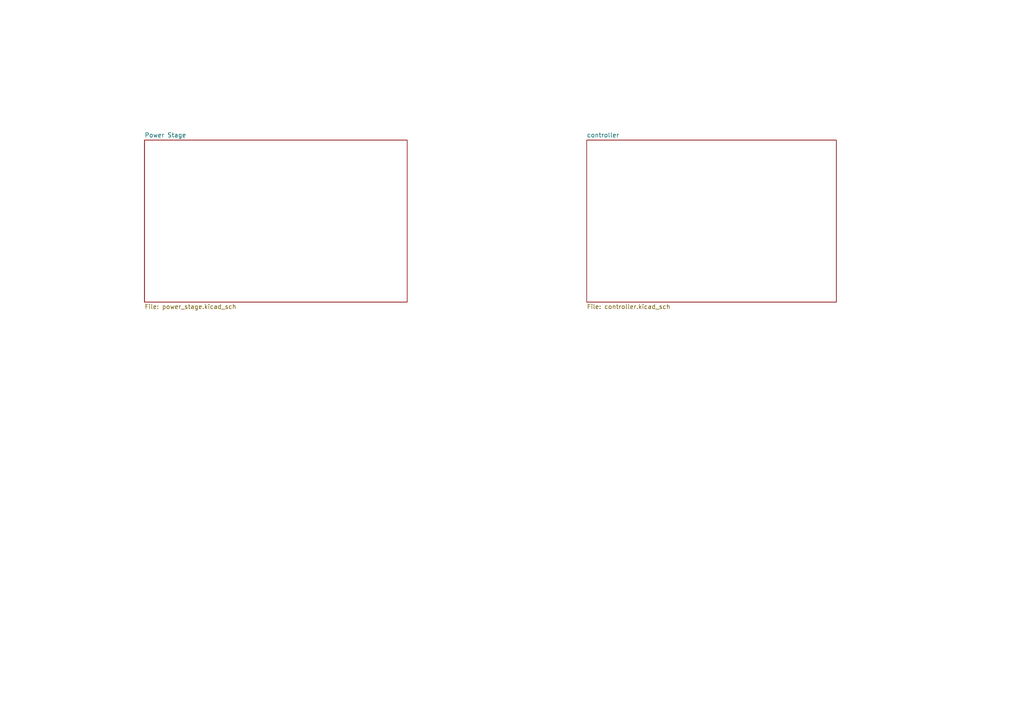
<source format=kicad_sch>
(kicad_sch
	(version 20231120)
	(generator "eeschema")
	(generator_version "8.0")
	(uuid "686d9667-c257-4275-91ee-c50535ac92c5")
	(paper "A4")
	(lib_symbols)
	(sheet
		(at 170.18 40.64)
		(size 72.39 46.99)
		(fields_autoplaced yes)
		(stroke
			(width 0.1524)
			(type solid)
		)
		(fill
			(color 0 0 0 0.0000)
		)
		(uuid "cfb09cbf-91b7-4630-82e2-504ac5b2d2a9")
		(property "Sheetname" "controller"
			(at 170.18 39.9284 0)
			(effects
				(font
					(size 1.27 1.27)
				)
				(justify left bottom)
			)
		)
		(property "Sheetfile" "controller.kicad_sch"
			(at 170.18 88.2146 0)
			(effects
				(font
					(size 1.27 1.27)
				)
				(justify left top)
			)
		)
		(instances
			(project "R2D2-battery-control"
				(path "/686d9667-c257-4275-91ee-c50535ac92c5"
					(page "3")
				)
			)
		)
	)
	(sheet
		(at 41.91 40.64)
		(size 76.2 46.99)
		(fields_autoplaced yes)
		(stroke
			(width 0.1524)
			(type solid)
		)
		(fill
			(color 0 0 0 0.0000)
		)
		(uuid "ed9de865-624e-4550-b960-8c7a70d2389f")
		(property "Sheetname" "Power Stage"
			(at 41.91 39.9284 0)
			(effects
				(font
					(size 1.27 1.27)
				)
				(justify left bottom)
			)
		)
		(property "Sheetfile" "power_stage.kicad_sch"
			(at 41.91 88.2146 0)
			(effects
				(font
					(size 1.27 1.27)
				)
				(justify left top)
			)
		)
		(instances
			(project "R2D2-battery-control"
				(path "/686d9667-c257-4275-91ee-c50535ac92c5"
					(page "2")
				)
			)
		)
	)
	(sheet_instances
		(path "/"
			(page "1")
		)
	)
)

</source>
